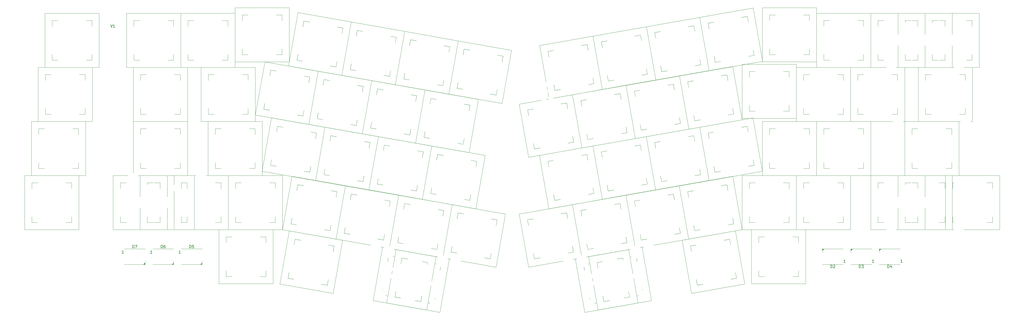
<source format=gbr>
G04 #@! TF.GenerationSoftware,KiCad,Pcbnew,(5.99.0-2612-g32a7d0025-dirty)*
G04 #@! TF.CreationDate,2020-08-10T14:58:58+02:00*
G04 #@! TF.ProjectId,BMEK_Solder,424d454b-5f53-46f6-9c64-65722e6b6963,1*
G04 #@! TF.SameCoordinates,Original*
G04 #@! TF.FileFunction,Legend,Top*
G04 #@! TF.FilePolarity,Positive*
%FSLAX46Y46*%
G04 Gerber Fmt 4.6, Leading zero omitted, Abs format (unit mm)*
G04 Created by KiCad (PCBNEW (5.99.0-2612-g32a7d0025-dirty)) date 2020-08-10 14:58:58*
%MOMM*%
%LPD*%
G01*
G04 APERTURE LIST*
%ADD10C,0.150000*%
%ADD11C,0.120000*%
%ADD12C,0.100000*%
%ADD13C,1.750000*%
%ADD14C,3.987800*%
%ADD15C,2.250000*%
%ADD16C,3.348000*%
%ADD17C,4.287800*%
%ADD18R,1.500000X1.000000*%
%ADD19C,6.500000*%
%ADD20C,9.000000*%
%ADD21C,5.350000*%
%ADD22C,3.800000*%
%ADD23C,0.650000*%
%ADD24O,1.000000X1.600000*%
%ADD25O,1.000000X2.100000*%
G04 APERTURE END LIST*
D10*
X57721904Y-101092380D02*
X57721904Y-100092380D01*
X57960000Y-100092380D01*
X58102857Y-100140000D01*
X58198095Y-100235238D01*
X58245714Y-100330476D01*
X58293333Y-100520952D01*
X58293333Y-100663809D01*
X58245714Y-100854285D01*
X58198095Y-100949523D01*
X58102857Y-101044761D01*
X57960000Y-101092380D01*
X57721904Y-101092380D01*
X58626666Y-100092380D02*
X59293333Y-100092380D01*
X58864761Y-101092380D01*
X54595714Y-102992380D02*
X54024285Y-102992380D01*
X54310000Y-102992380D02*
X54310000Y-101992380D01*
X54214761Y-102135238D01*
X54119523Y-102230476D01*
X54024285Y-102278095D01*
X302974404Y-108092380D02*
X302974404Y-107092380D01*
X303212500Y-107092380D01*
X303355357Y-107140000D01*
X303450595Y-107235238D01*
X303498214Y-107330476D01*
X303545833Y-107520952D01*
X303545833Y-107663809D01*
X303498214Y-107854285D01*
X303450595Y-107949523D01*
X303355357Y-108044761D01*
X303212500Y-108092380D01*
X302974404Y-108092380D01*
X303926785Y-107187619D02*
X303974404Y-107140000D01*
X304069642Y-107092380D01*
X304307738Y-107092380D01*
X304402976Y-107140000D01*
X304450595Y-107187619D01*
X304498214Y-107282857D01*
X304498214Y-107378095D01*
X304450595Y-107520952D01*
X303879166Y-108092380D01*
X304498214Y-108092380D01*
X308148214Y-106192380D02*
X307576785Y-106192380D01*
X307862500Y-106192380D02*
X307862500Y-105192380D01*
X307767261Y-105335238D01*
X307672023Y-105430476D01*
X307576785Y-105478095D01*
X77721904Y-101092380D02*
X77721904Y-100092380D01*
X77960000Y-100092380D01*
X78102857Y-100140000D01*
X78198095Y-100235238D01*
X78245714Y-100330476D01*
X78293333Y-100520952D01*
X78293333Y-100663809D01*
X78245714Y-100854285D01*
X78198095Y-100949523D01*
X78102857Y-101044761D01*
X77960000Y-101092380D01*
X77721904Y-101092380D01*
X79198095Y-100092380D02*
X78721904Y-100092380D01*
X78674285Y-100568571D01*
X78721904Y-100520952D01*
X78817142Y-100473333D01*
X79055238Y-100473333D01*
X79150476Y-100520952D01*
X79198095Y-100568571D01*
X79245714Y-100663809D01*
X79245714Y-100901904D01*
X79198095Y-100997142D01*
X79150476Y-101044761D01*
X79055238Y-101092380D01*
X78817142Y-101092380D01*
X78721904Y-101044761D01*
X78674285Y-100997142D01*
X74595714Y-102992380D02*
X74024285Y-102992380D01*
X74310000Y-102992380D02*
X74310000Y-101992380D01*
X74214761Y-102135238D01*
X74119523Y-102230476D01*
X74024285Y-102278095D01*
X322974404Y-108092380D02*
X322974404Y-107092380D01*
X323212500Y-107092380D01*
X323355357Y-107140000D01*
X323450595Y-107235238D01*
X323498214Y-107330476D01*
X323545833Y-107520952D01*
X323545833Y-107663809D01*
X323498214Y-107854285D01*
X323450595Y-107949523D01*
X323355357Y-108044761D01*
X323212500Y-108092380D01*
X322974404Y-108092380D01*
X324402976Y-107425714D02*
X324402976Y-108092380D01*
X324164880Y-107044761D02*
X323926785Y-107759047D01*
X324545833Y-107759047D01*
X328148214Y-106192380D02*
X327576785Y-106192380D01*
X327862500Y-106192380D02*
X327862500Y-105192380D01*
X327767261Y-105335238D01*
X327672023Y-105430476D01*
X327576785Y-105478095D01*
X312974404Y-108092380D02*
X312974404Y-107092380D01*
X313212500Y-107092380D01*
X313355357Y-107140000D01*
X313450595Y-107235238D01*
X313498214Y-107330476D01*
X313545833Y-107520952D01*
X313545833Y-107663809D01*
X313498214Y-107854285D01*
X313450595Y-107949523D01*
X313355357Y-108044761D01*
X313212500Y-108092380D01*
X312974404Y-108092380D01*
X313879166Y-107092380D02*
X314498214Y-107092380D01*
X314164880Y-107473333D01*
X314307738Y-107473333D01*
X314402976Y-107520952D01*
X314450595Y-107568571D01*
X314498214Y-107663809D01*
X314498214Y-107901904D01*
X314450595Y-107997142D01*
X314402976Y-108044761D01*
X314307738Y-108092380D01*
X314022023Y-108092380D01*
X313926785Y-108044761D01*
X313879166Y-107997142D01*
X318148214Y-106192380D02*
X317576785Y-106192380D01*
X317862500Y-106192380D02*
X317862500Y-105192380D01*
X317767261Y-105335238D01*
X317672023Y-105430476D01*
X317576785Y-105478095D01*
X49990476Y-22388580D02*
X50323809Y-23388580D01*
X50657142Y-22388580D01*
X51514285Y-23388580D02*
X50942857Y-23388580D01*
X51228571Y-23388580D02*
X51228571Y-22388580D01*
X51133333Y-22531438D01*
X51038095Y-22626676D01*
X50942857Y-22674295D01*
X67721904Y-101092380D02*
X67721904Y-100092380D01*
X67960000Y-100092380D01*
X68102857Y-100140000D01*
X68198095Y-100235238D01*
X68245714Y-100330476D01*
X68293333Y-100520952D01*
X68293333Y-100663809D01*
X68245714Y-100854285D01*
X68198095Y-100949523D01*
X68102857Y-101044761D01*
X67960000Y-101092380D01*
X67721904Y-101092380D01*
X69150476Y-100092380D02*
X68960000Y-100092380D01*
X68864761Y-100140000D01*
X68817142Y-100187619D01*
X68721904Y-100330476D01*
X68674285Y-100520952D01*
X68674285Y-100901904D01*
X68721904Y-100997142D01*
X68769523Y-101044761D01*
X68864761Y-101092380D01*
X69055238Y-101092380D01*
X69150476Y-101044761D01*
X69198095Y-100997142D01*
X69245714Y-100901904D01*
X69245714Y-100663809D01*
X69198095Y-100568571D01*
X69150476Y-100520952D01*
X69055238Y-100473333D01*
X68864761Y-100473333D01*
X68769523Y-100520952D01*
X68721904Y-100568571D01*
X68674285Y-100663809D01*
X64595714Y-102992380D02*
X64024285Y-102992380D01*
X64310000Y-102992380D02*
X64310000Y-101992380D01*
X64214761Y-102135238D01*
X64119523Y-102230476D01*
X64024285Y-102278095D01*
D11*
X162506600Y-48353684D02*
X164507730Y-48706537D01*
X176264365Y-50779549D02*
X175911512Y-52780679D01*
X175898845Y-67479792D02*
X157138257Y-64171794D01*
X160080735Y-62111449D02*
X162081865Y-62464302D01*
X179206843Y-48719204D02*
X175898845Y-67479792D01*
X157138257Y-64171794D02*
X160446255Y-45411206D01*
X173838500Y-64537314D02*
X174191353Y-62536184D01*
X174263235Y-50426696D02*
X176264365Y-50779549D01*
X160433588Y-60110319D02*
X160080735Y-62111449D01*
X160446255Y-45411206D02*
X179206843Y-48719204D01*
X162153747Y-50354814D02*
X162506600Y-48353684D01*
X171837370Y-64184461D02*
X173838500Y-64537314D01*
X22324552Y-78105000D02*
X24356552Y-78105000D01*
X36294552Y-78105000D02*
X36294552Y-80137000D01*
X38834552Y-94615000D02*
X19784552Y-94615000D01*
X22324552Y-92075000D02*
X24356552Y-92075000D01*
X38834552Y-75565000D02*
X38834552Y-94615000D01*
X19784552Y-94615000D02*
X19784552Y-75565000D01*
X36294552Y-92075000D02*
X36294552Y-90043000D01*
X34262552Y-78105000D02*
X36294552Y-78105000D01*
X22324552Y-90043000D02*
X22324552Y-92075000D01*
X19784552Y-75565000D02*
X38834552Y-75565000D01*
X22324552Y-80137000D02*
X22324552Y-78105000D01*
X34262552Y-92075000D02*
X36294552Y-92075000D01*
X222347635Y-67234049D02*
X224348765Y-66881196D01*
X236105400Y-64808184D02*
X236458253Y-66809314D01*
X241473743Y-80626294D02*
X222713155Y-83934292D01*
X224773500Y-80991814D02*
X226774630Y-80638961D01*
X238165745Y-61865706D02*
X241473743Y-80626294D01*
X222713155Y-83934292D02*
X219405157Y-65173704D01*
X238531265Y-78565949D02*
X238178412Y-76564819D01*
X234104270Y-65161037D02*
X236105400Y-64808184D01*
X224420647Y-78990684D02*
X224773500Y-80991814D01*
X219405157Y-65173704D02*
X238165745Y-61865706D01*
X222700488Y-69235179D02*
X222347635Y-67234049D01*
X236530135Y-78918802D02*
X238531265Y-78565949D01*
X155377100Y-27752685D02*
X157378230Y-28105538D01*
X169134865Y-30178550D02*
X168782012Y-32179680D01*
X168769345Y-46878793D02*
X150008757Y-43570795D01*
X152951235Y-41510450D02*
X154952365Y-41863303D01*
X172077343Y-28118205D02*
X168769345Y-46878793D01*
X150008757Y-43570795D02*
X153316755Y-24810207D01*
X166709000Y-43936315D02*
X167061853Y-41935185D01*
X167133735Y-29825697D02*
X169134865Y-30178550D01*
X153304088Y-39509320D02*
X152951235Y-41510450D01*
X153316755Y-24810207D02*
X172077343Y-28118205D01*
X155024247Y-29753815D02*
X155377100Y-27752685D01*
X164707870Y-43583462D02*
X166709000Y-43936315D01*
X196456635Y-52455450D02*
X198457765Y-52102597D01*
X210214400Y-50029585D02*
X210567253Y-52030715D01*
X215582743Y-65847695D02*
X196822155Y-69155693D01*
X198882500Y-66213215D02*
X200883630Y-65860362D01*
X212274745Y-47087107D02*
X215582743Y-65847695D01*
X196822155Y-69155693D02*
X193514157Y-50395105D01*
X212640265Y-63787350D02*
X212287412Y-61786220D01*
X208213270Y-50382438D02*
X210214400Y-50029585D01*
X198529647Y-64212085D02*
X198882500Y-66213215D01*
X193514157Y-50395105D02*
X212274745Y-47087107D01*
X196809488Y-54456580D02*
X196456635Y-52455450D01*
X210639135Y-64140203D02*
X212640265Y-63787350D01*
X215197235Y-87838749D02*
X217198365Y-87485896D01*
X228955000Y-85412884D02*
X229307853Y-87414014D01*
X234323343Y-101230994D02*
X215562755Y-104538992D01*
X217623100Y-101596514D02*
X219624230Y-101243661D01*
X231015345Y-82470406D02*
X234323343Y-101230994D01*
X215562755Y-104538992D02*
X212254757Y-85778404D01*
X231380865Y-99170649D02*
X231028012Y-97169519D01*
X226953870Y-85765737D02*
X228955000Y-85412884D01*
X217270247Y-99595384D02*
X217623100Y-101596514D01*
X212254757Y-85778404D02*
X231015345Y-82470406D01*
X215550088Y-89839879D02*
X215197235Y-87838749D01*
X229379735Y-99523502D02*
X231380865Y-99170649D01*
X114786550Y-97970985D02*
X116787680Y-98323838D01*
X128544315Y-100396850D02*
X128191462Y-102397980D01*
X128178795Y-117097093D02*
X109418207Y-113789095D01*
X112360685Y-111728750D02*
X114361815Y-112081603D01*
X131486793Y-98336505D02*
X128178795Y-117097093D01*
X109418207Y-113789095D02*
X112726205Y-95028507D01*
X126118450Y-114154615D02*
X126471303Y-112153485D01*
X126543185Y-100043997D02*
X128544315Y-100396850D01*
X112713538Y-109727620D02*
X112360685Y-111728750D01*
X112726205Y-95028507D02*
X131486793Y-98336505D01*
X114433697Y-99972115D02*
X114786550Y-97970985D01*
X124117320Y-113801762D02*
X126118450Y-114154615D01*
X134510100Y-82104885D02*
X136511230Y-82457738D01*
X148267865Y-84530750D02*
X147915012Y-86531880D01*
X147902345Y-101230993D02*
X129141757Y-97922995D01*
X132084235Y-95862650D02*
X134085365Y-96215503D01*
X151210343Y-82470405D02*
X147902345Y-101230993D01*
X129141757Y-97922995D02*
X132449755Y-79162407D01*
X145842000Y-98288515D02*
X146194853Y-96287385D01*
X146266735Y-84177897D02*
X148267865Y-84530750D01*
X132437088Y-93861520D02*
X132084235Y-95862650D01*
X132449755Y-79162407D02*
X151210343Y-82470405D01*
X134157247Y-84106015D02*
X134510100Y-82104885D01*
X143840870Y-97935662D02*
X145842000Y-98288515D01*
X281528050Y-19014800D02*
X283560050Y-19014800D01*
X295498050Y-19014800D02*
X295498050Y-21046800D01*
X298038050Y-35524800D02*
X278988050Y-35524800D01*
X281528050Y-32984800D02*
X283560050Y-32984800D01*
X298038050Y-16474800D02*
X298038050Y-35524800D01*
X278988050Y-35524800D02*
X278988050Y-16474800D01*
X295498050Y-32984800D02*
X295498050Y-30952800D01*
X293466050Y-19014800D02*
X295498050Y-19014800D01*
X281528050Y-30952800D02*
X281528050Y-32984800D01*
X278988050Y-16474800D02*
X298038050Y-16474800D01*
X281528050Y-21046800D02*
X281528050Y-19014800D01*
X293466050Y-32984800D02*
X295498050Y-32984800D01*
X338678051Y-20955000D02*
X340710051Y-20955000D01*
X352648051Y-20955000D02*
X352648051Y-22987000D01*
X355188051Y-37465000D02*
X336138051Y-37465000D01*
X338678051Y-34925000D02*
X340710051Y-34925000D01*
X355188051Y-18415000D02*
X355188051Y-37465000D01*
X336138051Y-37465000D02*
X336138051Y-18415000D01*
X352648051Y-34925000D02*
X352648051Y-32893000D01*
X350616051Y-20955000D02*
X352648051Y-20955000D01*
X338678051Y-32893000D02*
X338678051Y-34925000D01*
X336138051Y-18415000D02*
X355188051Y-18415000D01*
X338678051Y-22987000D02*
X338678051Y-20955000D01*
X350616051Y-34925000D02*
X352648051Y-34925000D01*
X319628250Y-78105000D02*
X321660250Y-78105000D01*
X333598250Y-78105000D02*
X333598250Y-80137000D01*
X336138250Y-94615000D02*
X317088250Y-94615000D01*
X319628250Y-92075000D02*
X321660250Y-92075000D01*
X336138250Y-75565000D02*
X336138250Y-94615000D01*
X317088250Y-94615000D02*
X317088250Y-75565000D01*
X333598250Y-92075000D02*
X333598250Y-90043000D01*
X331566250Y-78105000D02*
X333598250Y-78105000D01*
X319628250Y-90043000D02*
X319628250Y-92075000D01*
X317088250Y-75565000D02*
X336138250Y-75565000D01*
X319628250Y-80137000D02*
X319628250Y-78105000D01*
X331566250Y-92075000D02*
X333598250Y-92075000D01*
X253681285Y-100396849D02*
X255682415Y-100043996D01*
X267439050Y-97970984D02*
X267791903Y-99972114D01*
X272807393Y-113789094D02*
X254046805Y-117097092D01*
X256107150Y-114154614D02*
X258108280Y-113801761D01*
X269499395Y-95028506D02*
X272807393Y-113789094D01*
X254046805Y-117097092D02*
X250738807Y-98336504D01*
X269864915Y-111728749D02*
X269512062Y-109727619D01*
X265437920Y-98323837D02*
X267439050Y-97970984D01*
X255754297Y-112153484D02*
X256107150Y-114154614D01*
X250738807Y-98336504D02*
X269499395Y-95028506D01*
X254034138Y-102397979D02*
X253681285Y-100396849D01*
X267863785Y-112081602D02*
X269864915Y-111728749D01*
X115749500Y-78796885D02*
X117750630Y-79149738D01*
X129507265Y-81222750D02*
X129154412Y-83223880D01*
X129141745Y-97922993D02*
X110381157Y-94614995D01*
X113323635Y-92554650D02*
X115324765Y-92907503D01*
X132449743Y-79162405D02*
X129141745Y-97922993D01*
X110381157Y-94614995D02*
X113689155Y-75854407D01*
X127081400Y-94980515D02*
X127434253Y-92979385D01*
X127506135Y-80869897D02*
X129507265Y-81222750D01*
X113676488Y-90553520D02*
X113323635Y-92554650D01*
X113689155Y-75854407D02*
X132449743Y-79162405D01*
X115396647Y-80798015D02*
X115749500Y-78796885D01*
X125080270Y-94627662D02*
X127081400Y-94980515D01*
X222392335Y-28538350D02*
X224393465Y-28185497D01*
X236150100Y-26112485D02*
X236502953Y-28113615D01*
X241518443Y-41930595D02*
X222757855Y-45238593D01*
X224818200Y-42296115D02*
X226819330Y-41943262D01*
X238210445Y-23170007D02*
X241518443Y-41930595D01*
X222757855Y-45238593D02*
X219449857Y-26478005D01*
X238575965Y-39870250D02*
X238223112Y-37869120D01*
X234148970Y-26465338D02*
X236150100Y-26112485D01*
X224465347Y-40294985D02*
X224818200Y-42296115D01*
X219449857Y-26478005D02*
X238210445Y-23170007D01*
X222745188Y-30539480D02*
X222392335Y-28538350D01*
X236574835Y-40223103D02*
X238575965Y-39870250D01*
X300578051Y-20955000D02*
X302610051Y-20955000D01*
X314548051Y-20955000D02*
X314548051Y-22987000D01*
X317088051Y-37465000D02*
X298038051Y-37465000D01*
X300578051Y-34925000D02*
X302610051Y-34925000D01*
X317088051Y-18415000D02*
X317088051Y-37465000D01*
X298038051Y-37465000D02*
X298038051Y-18415000D01*
X314548051Y-34925000D02*
X314548051Y-32893000D01*
X312516051Y-20955000D02*
X314548051Y-20955000D01*
X300578051Y-32893000D02*
X300578051Y-34925000D01*
X298038051Y-18415000D02*
X317088051Y-18415000D01*
X300578051Y-22987000D02*
X300578051Y-20955000D01*
X312516051Y-34925000D02*
X314548051Y-34925000D01*
X274384450Y-78104999D02*
X276416450Y-78104999D01*
X288354450Y-78104999D02*
X288354450Y-80136999D01*
X290894450Y-94614999D02*
X271844450Y-94614999D01*
X274384450Y-92074999D02*
X276416450Y-92074999D01*
X290894450Y-75564999D02*
X290894450Y-94614999D01*
X271844450Y-94614999D02*
X271844450Y-75564999D01*
X288354450Y-92074999D02*
X288354450Y-90042999D01*
X286322450Y-78104999D02*
X288354450Y-78104999D01*
X274384450Y-90042999D02*
X274384450Y-92074999D01*
X271844450Y-75564999D02*
X290894450Y-75564999D01*
X274384450Y-80136999D02*
X274384450Y-78104999D01*
X286322450Y-92074999D02*
X288354450Y-92074999D01*
X241152936Y-25230349D02*
X243154066Y-24877496D01*
X254910701Y-22804484D02*
X255263554Y-24805614D01*
X260279044Y-38622594D02*
X241518456Y-41930592D01*
X243578801Y-38988114D02*
X245579931Y-38635261D01*
X256971046Y-19862006D02*
X260279044Y-38622594D01*
X241518456Y-41930592D02*
X238210458Y-23170004D01*
X257336566Y-36562249D02*
X256983713Y-34561119D01*
X252909571Y-23157337D02*
X254910701Y-22804484D01*
X243225948Y-36986984D02*
X243578801Y-38988114D01*
X238210458Y-23170004D02*
X256971046Y-19862006D01*
X241505789Y-27231479D02*
X241152936Y-25230349D01*
X255335436Y-36915102D02*
X257336566Y-36562249D01*
X203587035Y-70542050D02*
X205588165Y-70189197D01*
X217344800Y-68116185D02*
X217697653Y-70117315D01*
X222713143Y-83934295D02*
X203952555Y-87242293D01*
X206012900Y-84299815D02*
X208014030Y-83946962D01*
X219405145Y-65173707D02*
X222713143Y-83934295D01*
X203952555Y-87242293D02*
X200644557Y-68481705D01*
X219770665Y-81873950D02*
X219417812Y-79872820D01*
X215343670Y-68469038D02*
X217344800Y-68116185D01*
X205660047Y-82298685D02*
X206012900Y-84299815D01*
X200644557Y-68481705D02*
X219405145Y-65173707D01*
X203939888Y-72543180D02*
X203587035Y-70542050D01*
X217769535Y-82226803D02*
X219770665Y-81873950D01*
X300578150Y-59055000D02*
X302610150Y-59055000D01*
X314548150Y-59055000D02*
X314548150Y-61087000D01*
X317088150Y-75565000D02*
X298038150Y-75565000D01*
X300578150Y-73025000D02*
X302610150Y-73025000D01*
X317088150Y-56515000D02*
X317088150Y-75565000D01*
X298038150Y-75565000D02*
X298038150Y-56515000D01*
X314548150Y-73025000D02*
X314548150Y-70993000D01*
X312516150Y-59055000D02*
X314548150Y-59055000D01*
X300578150Y-70993000D02*
X300578150Y-73025000D01*
X298038150Y-56515000D02*
X317088150Y-56515000D01*
X300578150Y-61087000D02*
X300578150Y-59055000D01*
X312516150Y-73025000D02*
X314548150Y-73025000D01*
X196436635Y-91146750D02*
X198437765Y-90793897D01*
X210194400Y-88720885D02*
X210547253Y-90722015D01*
X215562743Y-104538995D02*
X196802155Y-107846993D01*
X198862500Y-104904515D02*
X200863630Y-104551662D01*
X212254745Y-85778407D02*
X215562743Y-104538995D01*
X196802155Y-107846993D02*
X193494157Y-89086405D01*
X212620265Y-102478650D02*
X212267412Y-100477520D01*
X208193270Y-89073738D02*
X210194400Y-88720885D01*
X198509647Y-102903385D02*
X198862500Y-104904515D01*
X193494157Y-89086405D02*
X212254745Y-85778407D01*
X196789488Y-93147880D02*
X196436635Y-91146750D01*
X210619135Y-102831503D02*
X212620265Y-102478650D01*
X274384350Y-38944500D02*
X276416350Y-38944500D01*
X288354350Y-38944500D02*
X288354350Y-40976500D01*
X290894350Y-55454500D02*
X271844350Y-55454500D01*
X274384350Y-52914500D02*
X276416350Y-52914500D01*
X290894350Y-36404500D02*
X290894350Y-55454500D01*
X271844350Y-55454500D02*
X271844350Y-36404500D01*
X288354350Y-52914500D02*
X288354350Y-50882500D01*
X286322350Y-38944500D02*
X288354350Y-38944500D01*
X274384350Y-50882500D02*
X274384350Y-52914500D01*
X271844350Y-36404500D02*
X290894350Y-36404500D01*
X274384350Y-40976500D02*
X274384350Y-38944500D01*
X286322350Y-52914500D02*
X288354350Y-52914500D01*
X331534401Y-59055000D02*
X333566401Y-59055000D01*
X345504401Y-59055000D02*
X345504401Y-61087000D01*
X348044401Y-75565000D02*
X328994401Y-75565000D01*
X331534401Y-73025000D02*
X333566401Y-73025000D01*
X348044401Y-56515000D02*
X348044401Y-75565000D01*
X328994401Y-75565000D02*
X328994401Y-56515000D01*
X345504401Y-73025000D02*
X345504401Y-70993000D01*
X343472401Y-59055000D02*
X345504401Y-59055000D01*
X331534401Y-70993000D02*
X331534401Y-73025000D01*
X328994401Y-56515000D02*
X348044401Y-56515000D01*
X331534401Y-61087000D02*
X331534401Y-59055000D01*
X343472401Y-73025000D02*
X345504401Y-73025000D01*
X293434450Y-78105000D02*
X295466450Y-78105000D01*
X307404450Y-78105000D02*
X307404450Y-80137000D01*
X309944450Y-94615000D02*
X290894450Y-94615000D01*
X293434450Y-92075000D02*
X295466450Y-92075000D01*
X309944450Y-75565000D02*
X309944450Y-94615000D01*
X290894450Y-94615000D02*
X290894450Y-75565000D01*
X307404450Y-92075000D02*
X307404450Y-90043000D01*
X305372450Y-78105000D02*
X307404450Y-78105000D01*
X293434450Y-90043000D02*
X293434450Y-92075000D01*
X290894450Y-75565000D02*
X309944450Y-75565000D01*
X293434450Y-80137000D02*
X293434450Y-78105000D01*
X305372450Y-92075000D02*
X307404450Y-92075000D01*
X277692450Y-97155000D02*
X279724450Y-97155000D01*
X291662450Y-97155000D02*
X291662450Y-99187000D01*
X294202450Y-113665000D02*
X275152450Y-113665000D01*
X277692450Y-111125000D02*
X279724450Y-111125000D01*
X294202450Y-94615000D02*
X294202450Y-113665000D01*
X275152450Y-113665000D02*
X275152450Y-94615000D01*
X291662450Y-111125000D02*
X291662450Y-109093000D01*
X289630450Y-97155000D02*
X291662450Y-97155000D01*
X277692450Y-109093000D02*
X277692450Y-111125000D01*
X275152450Y-94615000D02*
X294202450Y-94615000D01*
X277692450Y-99187000D02*
X277692450Y-97155000D01*
X289630450Y-111125000D02*
X291662450Y-111125000D01*
X215217236Y-49147450D02*
X217218366Y-48794597D01*
X228975001Y-46721585D02*
X229327854Y-48722715D01*
X234343344Y-62539695D02*
X215582756Y-65847693D01*
X217643101Y-62905215D02*
X219644231Y-62552362D01*
X231035346Y-43779107D02*
X234343344Y-62539695D01*
X215582756Y-65847693D02*
X212274758Y-47087105D01*
X231400866Y-60479350D02*
X231048013Y-58478220D01*
X226973871Y-47074438D02*
X228975001Y-46721585D01*
X217290248Y-60904085D02*
X217643101Y-62905215D01*
X212274758Y-47087105D02*
X231035346Y-43779107D01*
X215570089Y-51148580D02*
X215217236Y-49147450D01*
X229399736Y-60832203D02*
X231400866Y-60479350D01*
X84346250Y-40005000D02*
X86378250Y-40005000D01*
X98316250Y-40005000D02*
X98316250Y-42037000D01*
X100856250Y-56515000D02*
X81806250Y-56515000D01*
X84346250Y-53975000D02*
X86378250Y-53975000D01*
X100856250Y-37465000D02*
X100856250Y-56515000D01*
X81806250Y-56515000D02*
X81806250Y-37465000D01*
X98316250Y-53975000D02*
X98316250Y-51943000D01*
X96284250Y-40005000D02*
X98316250Y-40005000D01*
X84346250Y-51943000D02*
X84346250Y-53975000D01*
X81806250Y-37465000D02*
X100856250Y-37465000D01*
X84346250Y-42037000D02*
X84346250Y-40005000D01*
X96284250Y-53975000D02*
X98316250Y-53975000D01*
X252738436Y-42531449D02*
X254739566Y-42178596D01*
X266496201Y-40105584D02*
X266849054Y-42106714D01*
X271864544Y-55923694D02*
X253103956Y-59231692D01*
X255164301Y-56289214D02*
X257165431Y-55936361D01*
X268556546Y-37163106D02*
X271864544Y-55923694D01*
X253103956Y-59231692D02*
X249795958Y-40471104D01*
X268922066Y-53863349D02*
X268569213Y-51862219D01*
X264495071Y-40458437D02*
X266496201Y-40105584D01*
X254811448Y-54288084D02*
X255164301Y-56289214D01*
X249795958Y-40471104D02*
X268556546Y-37163106D01*
X253091289Y-44532579D02*
X252738436Y-42531449D01*
X266920936Y-54216202D02*
X268922066Y-53863349D01*
X259913535Y-21922351D02*
X261914665Y-21569498D01*
X273671300Y-19496486D02*
X274024153Y-21497616D01*
X279039643Y-35314596D02*
X260279055Y-38622594D01*
X262339400Y-35680116D02*
X264340530Y-35327263D01*
X275731645Y-16554008D02*
X279039643Y-35314596D01*
X260279055Y-38622594D02*
X256971057Y-19862006D01*
X276097165Y-33254251D02*
X275744312Y-31253121D01*
X271670170Y-19849339D02*
X273671300Y-19496486D01*
X261986547Y-33678986D02*
X262339400Y-35680116D01*
X256971057Y-19862006D02*
X275731645Y-16554008D01*
X260266388Y-23923481D02*
X259913535Y-21922351D01*
X274096035Y-33607104D02*
X276097165Y-33254251D01*
X62914900Y-78105000D02*
X64946900Y-78105000D01*
X76884900Y-78105000D02*
X76884900Y-80137000D01*
X79424900Y-94615000D02*
X60374900Y-94615000D01*
X62914900Y-92075000D02*
X64946900Y-92075000D01*
X79424900Y-75565000D02*
X79424900Y-94615000D01*
X60374900Y-94615000D02*
X60374900Y-75565000D01*
X76884900Y-92075000D02*
X76884900Y-90043000D01*
X74852900Y-78105000D02*
X76884900Y-78105000D01*
X62914900Y-90043000D02*
X62914900Y-92075000D01*
X60374900Y-75565000D02*
X79424900Y-75565000D01*
X62914900Y-80137000D02*
X62914900Y-78105000D01*
X74852900Y-92075000D02*
X76884900Y-92075000D01*
X24705852Y-59055000D02*
X26737852Y-59055000D01*
X38675852Y-59055000D02*
X38675852Y-61087000D01*
X41215852Y-75565000D02*
X22165852Y-75565000D01*
X24705852Y-73025000D02*
X26737852Y-73025000D01*
X41215852Y-56515000D02*
X41215852Y-75565000D01*
X22165852Y-75565000D02*
X22165852Y-56515000D01*
X38675852Y-73025000D02*
X38675852Y-70993000D01*
X36643852Y-59055000D02*
X38675852Y-59055000D01*
X24705852Y-70993000D02*
X24705852Y-73025000D01*
X22165852Y-56515000D02*
X41215852Y-56515000D01*
X24705852Y-61087000D02*
X24705852Y-59055000D01*
X36643852Y-73025000D02*
X38675852Y-73025000D01*
X54810000Y-101390000D02*
X62110000Y-101390000D01*
X62110000Y-106890000D02*
X62110000Y-105740000D01*
X54810000Y-106890000D02*
X62110000Y-106890000D01*
G36*
X62092200Y-106883200D02*
G01*
X61482600Y-106883200D01*
X62092200Y-106273600D01*
X62092200Y-106883200D01*
G37*
D12*
X62092200Y-106883200D02*
X61482600Y-106883200D01*
X62092200Y-106273600D01*
X62092200Y-106883200D01*
D11*
X27087152Y-40005000D02*
X29119152Y-40005000D01*
X41057152Y-40005000D02*
X41057152Y-42037000D01*
X43597152Y-56515000D02*
X24547152Y-56515000D01*
X27087152Y-53975000D02*
X29119152Y-53975000D01*
X43597152Y-37465000D02*
X43597152Y-56515000D01*
X24547152Y-56515000D02*
X24547152Y-37465000D01*
X41057152Y-53975000D02*
X41057152Y-51943000D01*
X39025152Y-40005000D02*
X41057152Y-40005000D01*
X27087152Y-51943000D02*
X27087152Y-53975000D01*
X24547152Y-37465000D02*
X43597152Y-37465000D01*
X27087152Y-42037000D02*
X27087152Y-40005000D01*
X39025152Y-53975000D02*
X41057152Y-53975000D01*
X233957835Y-84530749D02*
X235958965Y-84177896D01*
X247715600Y-82104884D02*
X248068453Y-84106014D01*
X253083943Y-97922994D02*
X234323355Y-101230992D01*
X236383700Y-98288514D02*
X238384830Y-97935661D01*
X249775945Y-79162406D02*
X253083943Y-97922994D01*
X234323355Y-101230992D02*
X231015357Y-82470404D01*
X250141465Y-95862649D02*
X249788612Y-93861519D01*
X245714470Y-82457737D02*
X247715600Y-82104884D01*
X236030847Y-96287384D02*
X236383700Y-98288514D01*
X231015357Y-82470404D02*
X249775945Y-79162406D01*
X234310688Y-86531879D02*
X233957835Y-84530749D01*
X248140335Y-96215502D02*
X250141465Y-95862649D01*
X312484350Y-40005000D02*
X314516350Y-40005000D01*
X326454350Y-40005000D02*
X326454350Y-42037000D01*
X328994350Y-56515000D02*
X309944350Y-56515000D01*
X312484350Y-53975000D02*
X314516350Y-53975000D01*
X328994350Y-37465000D02*
X328994350Y-56515000D01*
X309944350Y-56515000D02*
X309944350Y-37465000D01*
X326454350Y-53975000D02*
X326454350Y-51943000D01*
X324422350Y-40005000D02*
X326454350Y-40005000D01*
X312484350Y-51943000D02*
X312484350Y-53975000D01*
X309944350Y-37465000D02*
X328994350Y-37465000D01*
X312484350Y-42037000D02*
X312484350Y-40005000D01*
X324422350Y-53975000D02*
X326454350Y-53975000D01*
X329153200Y-78105000D02*
X331185200Y-78105000D01*
X343123200Y-78105000D02*
X343123200Y-80137000D01*
X345663200Y-94615000D02*
X326613200Y-94615000D01*
X329153200Y-92075000D02*
X331185200Y-92075000D01*
X345663200Y-75565000D02*
X345663200Y-94615000D01*
X326613200Y-94615000D02*
X326613200Y-75565000D01*
X343123200Y-92075000D02*
X343123200Y-90043000D01*
X341091200Y-78105000D02*
X343123200Y-78105000D01*
X329153200Y-90043000D02*
X329153200Y-92075000D01*
X326613200Y-75565000D02*
X345663200Y-75565000D01*
X329153200Y-80137000D02*
X329153200Y-78105000D01*
X341091200Y-92075000D02*
X343123200Y-92075000D01*
X86727450Y-59055000D02*
X88759450Y-59055000D01*
X100697450Y-59055000D02*
X100697450Y-61087000D01*
X103237450Y-75565000D02*
X84187450Y-75565000D01*
X86727450Y-73025000D02*
X88759450Y-73025000D01*
X103237450Y-56515000D02*
X103237450Y-75565000D01*
X84187450Y-75565000D02*
X84187450Y-56515000D01*
X100697450Y-73025000D02*
X100697450Y-70993000D01*
X98665450Y-59055000D02*
X100697450Y-59055000D01*
X86727450Y-70993000D02*
X86727450Y-73025000D01*
X84187450Y-56515000D02*
X103237450Y-56515000D01*
X86727450Y-61087000D02*
X86727450Y-59055000D01*
X98665450Y-73025000D02*
X100697450Y-73025000D01*
X93871150Y-78105000D02*
X95903150Y-78105000D01*
X107841150Y-78105000D02*
X107841150Y-80137000D01*
X110381150Y-94615000D02*
X91331150Y-94615000D01*
X93871150Y-92075000D02*
X95903150Y-92075000D01*
X110381150Y-75565000D02*
X110381150Y-94615000D01*
X91331150Y-94615000D02*
X91331150Y-75565000D01*
X107841150Y-92075000D02*
X107841150Y-90043000D01*
X105809150Y-78105000D02*
X107841150Y-78105000D01*
X93871150Y-90043000D02*
X93871150Y-92075000D01*
X91331150Y-75565000D02*
X110381150Y-75565000D01*
X93871150Y-80137000D02*
X93871150Y-78105000D01*
X105809150Y-92075000D02*
X107841150Y-92075000D01*
X307362500Y-106890000D02*
X300062500Y-106890000D01*
X300062500Y-101390000D02*
X300062500Y-102540000D01*
X307362500Y-101390000D02*
X300062500Y-101390000D01*
G36*
X300080300Y-102006400D02*
G01*
X300080300Y-101396800D01*
X300689900Y-101396800D01*
X300080300Y-102006400D01*
G37*
D12*
X300080300Y-102006400D02*
X300080300Y-101396800D01*
X300689900Y-101396800D01*
X300080300Y-102006400D01*
D11*
X90563150Y-97155000D02*
X92595150Y-97155000D01*
X104533150Y-97155000D02*
X104533150Y-99187000D01*
X107073150Y-113665000D02*
X88023150Y-113665000D01*
X90563150Y-111125000D02*
X92595150Y-111125000D01*
X107073150Y-94615000D02*
X107073150Y-113665000D01*
X88023150Y-113665000D02*
X88023150Y-94615000D01*
X104533150Y-111125000D02*
X104533150Y-109093000D01*
X102501150Y-97155000D02*
X104533150Y-97155000D01*
X90563150Y-109093000D02*
X90563150Y-111125000D01*
X88023150Y-94615000D02*
X107073150Y-94615000D01*
X90563150Y-99187000D02*
X90563150Y-97155000D01*
X102501150Y-111125000D02*
X104533150Y-111125000D01*
X293434350Y-40005000D02*
X295466350Y-40005000D01*
X307404350Y-40005000D02*
X307404350Y-42037000D01*
X309944350Y-56515000D02*
X290894350Y-56515000D01*
X293434350Y-53975000D02*
X295466350Y-53975000D01*
X309944350Y-37465000D02*
X309944350Y-56515000D01*
X290894350Y-56515000D02*
X290894350Y-37465000D01*
X307404350Y-53975000D02*
X307404350Y-51943000D01*
X305372350Y-40005000D02*
X307404350Y-40005000D01*
X293434350Y-51943000D02*
X293434350Y-53975000D01*
X290894350Y-37465000D02*
X309944350Y-37465000D01*
X293434350Y-42037000D02*
X293434350Y-40005000D01*
X305372350Y-53975000D02*
X307404350Y-53975000D01*
X241108235Y-63926050D02*
X243109365Y-63573197D01*
X254866000Y-61500185D02*
X255218853Y-63501315D01*
X260234343Y-77318295D02*
X241473755Y-80626293D01*
X243534100Y-77683815D02*
X245535230Y-77330962D01*
X256926345Y-58557707D02*
X260234343Y-77318295D01*
X241473755Y-80626293D02*
X238165757Y-61865705D01*
X257291865Y-75257950D02*
X256939012Y-73256820D01*
X252864870Y-61853038D02*
X254866000Y-61500185D01*
X243181247Y-75682685D02*
X243534100Y-77683815D01*
X238165757Y-61865705D02*
X256926345Y-58557707D01*
X241461088Y-65927180D02*
X241108235Y-63926050D01*
X255290735Y-75610803D02*
X257291865Y-75257950D01*
X74810000Y-101390000D02*
X82110000Y-101390000D01*
X82110000Y-106890000D02*
X82110000Y-105740000D01*
X74810000Y-106890000D02*
X82110000Y-106890000D01*
G36*
X82092200Y-106883200D02*
G01*
X81482600Y-106883200D01*
X82092200Y-106273600D01*
X82092200Y-106883200D01*
G37*
D12*
X82092200Y-106883200D02*
X81482600Y-106883200D01*
X82092200Y-106273600D01*
X82092200Y-106883200D01*
D11*
X327362500Y-106890000D02*
X320062500Y-106890000D01*
X320062500Y-101390000D02*
X320062500Y-102540000D01*
X327362500Y-101390000D02*
X320062500Y-101390000D01*
G36*
X320080300Y-102006400D02*
G01*
X320080300Y-101396800D01*
X320689900Y-101396800D01*
X320080300Y-102006400D01*
G37*
D12*
X320080300Y-102006400D02*
X320080300Y-101396800D01*
X320689900Y-101396800D01*
X320080300Y-102006400D01*
D11*
X319628051Y-20955000D02*
X321660051Y-20955000D01*
X333598051Y-20955000D02*
X333598051Y-22987000D01*
X336138051Y-37465000D02*
X317088051Y-37465000D01*
X319628051Y-34925000D02*
X321660051Y-34925000D01*
X336138051Y-18415000D02*
X336138051Y-37465000D01*
X317088051Y-37465000D02*
X317088051Y-18415000D01*
X333598051Y-34925000D02*
X333598051Y-32893000D01*
X331566051Y-20955000D02*
X333598051Y-20955000D01*
X319628051Y-32893000D02*
X319628051Y-34925000D01*
X317088051Y-18415000D02*
X336138051Y-18415000D01*
X319628051Y-22987000D02*
X319628051Y-20955000D01*
X331566051Y-34925000D02*
X333598051Y-34925000D01*
X172031300Y-88720885D02*
X174032430Y-89073738D01*
X185789065Y-91146750D02*
X185436212Y-93147880D01*
X185423545Y-107846993D02*
X166662957Y-104538995D01*
X169605435Y-102478650D02*
X171606565Y-102831503D01*
X188731543Y-89086405D02*
X185423545Y-107846993D01*
X166662957Y-104538995D02*
X169970955Y-85778407D01*
X183363200Y-104904515D02*
X183716053Y-102903385D01*
X183787935Y-90793897D02*
X185789065Y-91146750D01*
X169958288Y-100477520D02*
X169605435Y-102478650D01*
X169970955Y-85778407D02*
X188731543Y-89086405D01*
X171678447Y-90722015D02*
X172031300Y-88720885D01*
X181362070Y-104551662D02*
X183363200Y-104904515D01*
X329153051Y-20955000D02*
X331185051Y-20955000D01*
X343123051Y-20955000D02*
X343123051Y-22987000D01*
X345663051Y-37465000D02*
X326613051Y-37465000D01*
X329153051Y-34925000D02*
X331185051Y-34925000D01*
X345663051Y-18415000D02*
X345663051Y-37465000D01*
X326613051Y-37465000D02*
X326613051Y-18415000D01*
X343123051Y-34925000D02*
X343123051Y-32893000D01*
X341091051Y-20955000D02*
X343123051Y-20955000D01*
X329153051Y-32893000D02*
X329153051Y-34925000D01*
X326613051Y-18415000D02*
X345663051Y-18415000D01*
X329153051Y-22987000D02*
X329153051Y-20955000D01*
X341091051Y-34925000D02*
X343123051Y-34925000D01*
X58152551Y-20955000D02*
X60184551Y-20955000D01*
X72122551Y-20955000D02*
X72122551Y-22987000D01*
X74662551Y-37465000D02*
X55612551Y-37465000D01*
X58152551Y-34925000D02*
X60184551Y-34925000D01*
X74662551Y-18415000D02*
X74662551Y-37465000D01*
X55612551Y-37465000D02*
X55612551Y-18415000D01*
X72122551Y-34925000D02*
X72122551Y-32893000D01*
X70090551Y-20955000D02*
X72122551Y-20955000D01*
X58152551Y-32893000D02*
X58152551Y-34925000D01*
X55612551Y-18415000D02*
X74662551Y-18415000D01*
X58152551Y-22987000D02*
X58152551Y-20955000D01*
X70090551Y-34925000D02*
X72122551Y-34925000D01*
X152307801Y-104586985D02*
X154308931Y-104939838D01*
X166065566Y-107012850D02*
X165712713Y-109013980D01*
X165700046Y-123713093D02*
X146939458Y-120405095D01*
X149881936Y-118344750D02*
X151883066Y-118697603D01*
X169008044Y-104952505D02*
X165700046Y-123713093D01*
X146939458Y-120405095D02*
X150247456Y-101644507D01*
X163639701Y-120770615D02*
X163992554Y-118769485D01*
X164064436Y-106659997D02*
X166065566Y-107012850D01*
X150234789Y-116343620D02*
X149881936Y-118344750D01*
X150247456Y-101644507D02*
X169008044Y-104952505D01*
X151954948Y-106588115D02*
X152307801Y-104586985D01*
X161638571Y-120417762D02*
X163639701Y-120770615D01*
X345821950Y-78105000D02*
X347853950Y-78105000D01*
X359791950Y-78105000D02*
X359791950Y-80137000D01*
X362331950Y-94615000D02*
X343281950Y-94615000D01*
X345821950Y-92075000D02*
X347853950Y-92075000D01*
X362331950Y-75565000D02*
X362331950Y-94615000D01*
X343281950Y-94615000D02*
X343281950Y-75565000D01*
X359791950Y-92075000D02*
X359791950Y-90043000D01*
X357759950Y-78105000D02*
X359791950Y-78105000D01*
X345821950Y-90043000D02*
X345821950Y-92075000D01*
X343281950Y-75565000D02*
X362331950Y-75565000D01*
X345821950Y-80137000D02*
X345821950Y-78105000D01*
X357759950Y-92075000D02*
X359791950Y-92075000D01*
X124985400Y-41737685D02*
X126986530Y-42090538D01*
X138743165Y-44163550D02*
X138390312Y-46164680D01*
X138377645Y-60863793D02*
X119617057Y-57555795D01*
X122559535Y-55495450D02*
X124560665Y-55848303D01*
X141685643Y-42103205D02*
X138377645Y-60863793D01*
X119617057Y-57555795D02*
X122925055Y-38795207D01*
X136317300Y-57921315D02*
X136670153Y-55920185D01*
X136742035Y-43810697D02*
X138743165Y-44163550D01*
X122912388Y-53494320D02*
X122559535Y-55495450D01*
X122925055Y-38795207D02*
X141685643Y-42103205D01*
X124632547Y-43738815D02*
X124985400Y-41737685D01*
X134316170Y-57568462D02*
X136317300Y-57921315D01*
X127341600Y-61496985D02*
X129342730Y-61849838D01*
X141099365Y-63922850D02*
X140746512Y-65923980D01*
X140733845Y-80623093D02*
X121973257Y-77315095D01*
X124915735Y-75254750D02*
X126916865Y-75607603D01*
X144041843Y-61862505D02*
X140733845Y-80623093D01*
X121973257Y-77315095D02*
X125281255Y-58554507D01*
X138673500Y-77680615D02*
X139026353Y-75679485D01*
X139098235Y-63569997D02*
X141099365Y-63922850D01*
X125268588Y-73253620D02*
X124915735Y-75254750D01*
X125281255Y-58554507D02*
X144041843Y-61862505D01*
X126988747Y-63498115D02*
X127341600Y-61496985D01*
X136672370Y-77327762D02*
X138673500Y-77680615D01*
X143746000Y-45045685D02*
X145747130Y-45398538D01*
X157503765Y-47471550D02*
X157150912Y-49472680D01*
X157138245Y-64171793D02*
X138377657Y-60863795D01*
X141320135Y-58803450D02*
X143321265Y-59156303D01*
X160446243Y-45411205D02*
X157138245Y-64171793D01*
X138377657Y-60863795D02*
X141685655Y-42103207D01*
X155077900Y-61229315D02*
X155430753Y-59228185D01*
X155502635Y-47118697D02*
X157503765Y-47471550D01*
X141672988Y-56802320D02*
X141320135Y-58803450D01*
X141685655Y-42103207D02*
X160446243Y-45411205D01*
X143393147Y-47046815D02*
X143746000Y-45045685D01*
X153076770Y-60876462D02*
X155077900Y-61229315D01*
X216160186Y-107012850D02*
X218161316Y-106659997D01*
X229917951Y-104586985D02*
X230270804Y-106588115D01*
X235286294Y-120405095D02*
X216525706Y-123713093D01*
X218586051Y-120770615D02*
X220587181Y-120417762D01*
X231978296Y-101644507D02*
X235286294Y-120405095D01*
X216525706Y-123713093D02*
X213217708Y-104952505D01*
X232343816Y-118344750D02*
X231990963Y-116343620D01*
X227916821Y-104939838D02*
X229917951Y-104586985D01*
X218233198Y-118769485D02*
X218586051Y-120770615D01*
X213217708Y-104952505D02*
X231978296Y-101644507D01*
X216513039Y-109013980D02*
X216160186Y-107012850D01*
X230342686Y-118697603D02*
X232343816Y-118344750D01*
X153270700Y-85412885D02*
X155271830Y-85765738D01*
X167028465Y-87838750D02*
X166675612Y-89839880D01*
X166662945Y-104538993D02*
X147902357Y-101230995D01*
X150844835Y-99170650D02*
X152845965Y-99523503D01*
X169970943Y-85778405D02*
X166662945Y-104538993D01*
X147902357Y-101230995D02*
X151210355Y-82470407D01*
X164602600Y-101596515D02*
X164955453Y-99595385D01*
X165027335Y-87485897D02*
X167028465Y-87838750D01*
X151197688Y-97169520D02*
X150844835Y-99170650D01*
X151210355Y-82470407D02*
X169970943Y-85778405D01*
X152917847Y-87414015D02*
X153270700Y-85412885D01*
X162601470Y-101243662D02*
X164602600Y-101596515D01*
X259868835Y-60618049D02*
X261869965Y-60265196D01*
X273626600Y-58192184D02*
X273979453Y-60193314D01*
X278994943Y-74010294D02*
X260234355Y-77318292D01*
X262294700Y-74375814D02*
X264295830Y-74022961D01*
X275686945Y-55249706D02*
X278994943Y-74010294D01*
X260234355Y-77318292D02*
X256926357Y-58557704D01*
X276052465Y-71949949D02*
X275699612Y-69948819D01*
X271625470Y-58545037D02*
X273626600Y-58192184D01*
X261941847Y-72374684D02*
X262294700Y-74375814D01*
X256926357Y-58557704D02*
X275686945Y-55249706D01*
X260221688Y-62619179D02*
X259868835Y-60618049D01*
X274051335Y-72302802D02*
X276052465Y-71949949D01*
X117855901Y-21136685D02*
X119857031Y-21489538D01*
X131613666Y-23562550D02*
X131260813Y-25563680D01*
X131248146Y-40262793D02*
X112487558Y-36954795D01*
X115430036Y-34894450D02*
X117431166Y-35247303D01*
X134556144Y-21502205D02*
X131248146Y-40262793D01*
X112487558Y-36954795D02*
X115795556Y-18194207D01*
X129187801Y-37320315D02*
X129540654Y-35319185D01*
X129612536Y-23209697D02*
X131613666Y-23562550D01*
X115782889Y-32893320D02*
X115430036Y-34894450D01*
X115795556Y-18194207D02*
X134556144Y-21502205D01*
X117503048Y-23137815D02*
X117855901Y-21136685D01*
X127186671Y-36967462D02*
X129187801Y-37320315D01*
X317362500Y-106890000D02*
X310062500Y-106890000D01*
X310062500Y-101390000D02*
X310062500Y-102540000D01*
X317362500Y-101390000D02*
X310062500Y-101390000D01*
G36*
X310080300Y-102006400D02*
G01*
X310080300Y-101396800D01*
X310689900Y-101396800D01*
X310080300Y-102006400D01*
G37*
D12*
X310080300Y-102006400D02*
X310080300Y-101396800D01*
X310689900Y-101396800D01*
X310080300Y-102006400D01*
D11*
X147617654Y-103759985D02*
X149618784Y-104112838D01*
X161375419Y-106185850D02*
X161022566Y-108186980D01*
X161009899Y-122886093D02*
X142249311Y-119578095D01*
X145191789Y-117517750D02*
X147192919Y-117870603D01*
X164317897Y-104125505D02*
X161009899Y-122886093D01*
X142249311Y-119578095D02*
X145557309Y-100817507D01*
X158949554Y-119943615D02*
X159302407Y-117942485D01*
X159374289Y-105832997D02*
X161375419Y-106185850D01*
X145544642Y-115516620D02*
X145191789Y-117517750D01*
X145557309Y-100817507D02*
X164317897Y-104125505D01*
X147264801Y-105761115D02*
X147617654Y-103759985D01*
X156948424Y-119590762D02*
X158949554Y-119943615D01*
X60533750Y-59055000D02*
X62565750Y-59055000D01*
X74503750Y-59055000D02*
X74503750Y-61087000D01*
X77043750Y-75565000D02*
X57993750Y-75565000D01*
X60533750Y-73025000D02*
X62565750Y-73025000D01*
X77043750Y-56515000D02*
X77043750Y-75565000D01*
X57993750Y-75565000D02*
X57993750Y-56515000D01*
X74503750Y-73025000D02*
X74503750Y-70993000D01*
X72471750Y-59055000D02*
X74503750Y-59055000D01*
X60533750Y-70993000D02*
X60533750Y-73025000D01*
X57993750Y-56515000D02*
X77043750Y-56515000D01*
X60533750Y-61087000D02*
X60533750Y-59055000D01*
X72471750Y-73025000D02*
X74503750Y-73025000D01*
X96252551Y-19014801D02*
X98284551Y-19014801D01*
X110222551Y-19014801D02*
X110222551Y-21046801D01*
X112762551Y-35524801D02*
X93712551Y-35524801D01*
X96252551Y-32984801D02*
X98284551Y-32984801D01*
X112762551Y-16474801D02*
X112762551Y-35524801D01*
X93712551Y-35524801D02*
X93712551Y-16474801D01*
X110222551Y-32984801D02*
X110222551Y-30952801D01*
X108190551Y-19014801D02*
X110222551Y-19014801D01*
X96252551Y-30952801D02*
X96252551Y-32984801D01*
X93712551Y-16474801D02*
X112762551Y-16474801D01*
X96252551Y-21046801D02*
X96252551Y-19014801D01*
X108190551Y-32984801D02*
X110222551Y-32984801D01*
X108581000Y-58188985D02*
X110582130Y-58541838D01*
X122338765Y-60614850D02*
X121985912Y-62615980D01*
X121973245Y-77315093D02*
X103212657Y-74007095D01*
X106155135Y-71946750D02*
X108156265Y-72299603D01*
X125281243Y-58554505D02*
X121973245Y-77315093D01*
X103212657Y-74007095D02*
X106520655Y-55246507D01*
X119912900Y-74372615D02*
X120265753Y-72371485D01*
X120337635Y-60261997D02*
X122338765Y-60614850D01*
X106507988Y-69945620D02*
X106155135Y-71946750D01*
X106520655Y-55246507D02*
X125281243Y-58554505D01*
X108228147Y-60190115D02*
X108581000Y-58188985D01*
X117911770Y-74019762D02*
X119912900Y-74372615D01*
X164862800Y-68112985D02*
X166863930Y-68465838D01*
X178620565Y-70538850D02*
X178267712Y-72539980D01*
X178255045Y-87239093D02*
X159494457Y-83931095D01*
X162436935Y-81870750D02*
X164438065Y-82223603D01*
X181563043Y-68478505D02*
X178255045Y-87239093D01*
X159494457Y-83931095D02*
X162802455Y-65170507D01*
X176194700Y-84296615D02*
X176547553Y-82295485D01*
X176619435Y-70185997D02*
X178620565Y-70538850D01*
X162789788Y-79869620D02*
X162436935Y-81870750D01*
X162802455Y-65170507D02*
X181563043Y-68478505D01*
X164509947Y-70114115D02*
X164862800Y-68112985D01*
X174193570Y-83943762D02*
X176194700Y-84296615D01*
X220850332Y-106185850D02*
X222851462Y-105832997D01*
X234608097Y-103759985D02*
X234960950Y-105761115D01*
X239976440Y-119578095D02*
X221215852Y-122886093D01*
X223276197Y-119943615D02*
X225277327Y-119590762D01*
X236668442Y-100817507D02*
X239976440Y-119578095D01*
X221215852Y-122886093D02*
X217907854Y-104125505D01*
X237033962Y-117517750D02*
X236681109Y-115516620D01*
X232606967Y-104112838D02*
X234608097Y-103759985D01*
X222923344Y-117942485D02*
X223276197Y-119943615D01*
X217907854Y-104125505D02*
X236668442Y-100817507D01*
X221203185Y-108186980D02*
X220850332Y-106185850D01*
X235032832Y-117870603D02*
X237033962Y-117517750D01*
X60533750Y-40005000D02*
X62565750Y-40005000D01*
X74503750Y-40005000D02*
X74503750Y-42037000D01*
X77043750Y-56515000D02*
X57993750Y-56515000D01*
X60533750Y-53975000D02*
X62565750Y-53975000D01*
X77043750Y-37465000D02*
X77043750Y-56515000D01*
X57993750Y-56515000D02*
X57993750Y-37465000D01*
X74503750Y-53975000D02*
X74503750Y-51943000D01*
X72471750Y-40005000D02*
X74503750Y-40005000D01*
X60533750Y-51943000D02*
X60533750Y-53975000D01*
X57993750Y-37465000D02*
X77043750Y-37465000D01*
X60533750Y-42037000D02*
X60533750Y-40005000D01*
X72471750Y-53975000D02*
X74503750Y-53975000D01*
X29468451Y-20955000D02*
X31500451Y-20955000D01*
X43438451Y-20955000D02*
X43438451Y-22987000D01*
X45978451Y-37465000D02*
X26928451Y-37465000D01*
X29468451Y-34925000D02*
X31500451Y-34925000D01*
X45978451Y-18415000D02*
X45978451Y-37465000D01*
X26928451Y-37465000D02*
X26928451Y-18415000D01*
X43438451Y-34925000D02*
X43438451Y-32893000D01*
X41406451Y-20955000D02*
X43438451Y-20955000D01*
X29468451Y-32893000D02*
X29468451Y-34925000D01*
X26928451Y-18415000D02*
X45978451Y-18415000D01*
X29468451Y-22987000D02*
X29468451Y-20955000D01*
X41406451Y-34925000D02*
X43438451Y-34925000D01*
X53390000Y-78105000D02*
X55422000Y-78105000D01*
X67360000Y-78105000D02*
X67360000Y-80137000D01*
X69900000Y-94615000D02*
X50850000Y-94615000D01*
X53390000Y-92075000D02*
X55422000Y-92075000D01*
X69900000Y-75565000D02*
X69900000Y-94615000D01*
X50850000Y-94615000D02*
X50850000Y-75565000D01*
X67360000Y-92075000D02*
X67360000Y-90043000D01*
X65328000Y-78105000D02*
X67360000Y-78105000D01*
X53390000Y-90043000D02*
X53390000Y-92075000D01*
X50850000Y-75565000D02*
X69900000Y-75565000D01*
X53390000Y-80137000D02*
X53390000Y-78105000D01*
X65328000Y-92075000D02*
X67360000Y-92075000D01*
X203631736Y-31846350D02*
X205632866Y-31493497D01*
X217389501Y-29420485D02*
X217742354Y-31421615D01*
X222757844Y-45238595D02*
X203997256Y-48546593D01*
X206057601Y-45604115D02*
X208058731Y-45251262D01*
X219449846Y-26478007D02*
X222757844Y-45238595D01*
X203997256Y-48546593D02*
X200689258Y-29786005D01*
X219815366Y-43178250D02*
X219462513Y-41177120D01*
X215388371Y-29773338D02*
X217389501Y-29420485D01*
X205704748Y-43602985D02*
X206057601Y-45604115D01*
X200689258Y-29786005D02*
X219449846Y-26478007D01*
X203984589Y-33847480D02*
X203631736Y-31846350D01*
X217814236Y-43531103D02*
X219815366Y-43178250D01*
X136616501Y-24444685D02*
X138617631Y-24797538D01*
X150374266Y-26870550D02*
X150021413Y-28871680D01*
X150008746Y-43570793D02*
X131248158Y-40262795D01*
X134190636Y-38202450D02*
X136191766Y-38555303D01*
X153316744Y-24810205D02*
X150008746Y-43570793D01*
X131248158Y-40262795D02*
X134556156Y-21502207D01*
X147948401Y-40628315D02*
X148301254Y-38627185D01*
X148373136Y-26517697D02*
X150374266Y-26870550D01*
X134543489Y-36201320D02*
X134190636Y-38202450D01*
X134556156Y-21502207D02*
X153316744Y-24810205D01*
X136263648Y-26445815D02*
X136616501Y-24444685D01*
X145947271Y-40275462D02*
X147948401Y-40628315D01*
X106224825Y-38429685D02*
X108225955Y-38782538D01*
X119982590Y-40855550D02*
X119629737Y-42856680D01*
X119617070Y-57555793D02*
X100856482Y-54247795D01*
X103798960Y-52187450D02*
X105800090Y-52540303D01*
X122925068Y-38795205D02*
X119617070Y-57555793D01*
X100856482Y-54247795D02*
X104164480Y-35487207D01*
X117556725Y-54613315D02*
X117909578Y-52612185D01*
X117981460Y-40502697D02*
X119982590Y-40855550D01*
X104151813Y-50186320D02*
X103798960Y-52187450D01*
X104164480Y-35487207D02*
X122925068Y-38795205D01*
X105871972Y-40430815D02*
X106224825Y-38429685D01*
X115555595Y-54260462D02*
X117556725Y-54613315D01*
X146102200Y-64804985D02*
X148103330Y-65157838D01*
X159859965Y-67230850D02*
X159507112Y-69231980D01*
X159494445Y-83931093D02*
X140733857Y-80623095D01*
X143676335Y-78562750D02*
X145677465Y-78915603D01*
X162802443Y-65170505D02*
X159494445Y-83931093D01*
X140733857Y-80623095D02*
X144041855Y-61862507D01*
X157434100Y-80988615D02*
X157786953Y-78987485D01*
X157858835Y-66877997D02*
X159859965Y-67230850D01*
X144029188Y-76561620D02*
X143676335Y-78562750D01*
X144041855Y-61862507D02*
X162802443Y-65170505D01*
X145749347Y-66806115D02*
X146102200Y-64804985D01*
X155432970Y-80635762D02*
X157434100Y-80988615D01*
X174137700Y-31060685D02*
X176138830Y-31413538D01*
X187895465Y-33486550D02*
X187542612Y-35487680D01*
X187529945Y-50186793D02*
X168769357Y-46878795D01*
X171711835Y-44818450D02*
X173712965Y-45171303D01*
X190837943Y-31426205D02*
X187529945Y-50186793D01*
X168769357Y-46878795D02*
X172077355Y-28118207D01*
X185469600Y-47244315D02*
X185822453Y-45243185D01*
X185894335Y-33133697D02*
X187895465Y-33486550D01*
X172064688Y-42817320D02*
X171711835Y-44818450D01*
X172077355Y-28118207D02*
X190837943Y-31426205D01*
X173784847Y-33061815D02*
X174137700Y-31060685D01*
X183468470Y-46891462D02*
X185469600Y-47244315D01*
X281528150Y-59054999D02*
X283560150Y-59054999D01*
X295498150Y-59054999D02*
X295498150Y-61086999D01*
X298038150Y-75564999D02*
X278988150Y-75564999D01*
X281528150Y-73024999D02*
X283560150Y-73024999D01*
X298038150Y-56514999D02*
X298038150Y-75564999D01*
X278988150Y-75564999D02*
X278988150Y-56514999D01*
X295498150Y-73024999D02*
X295498150Y-70992999D01*
X293466150Y-59054999D02*
X295498150Y-59054999D01*
X281528150Y-70992999D02*
X281528150Y-73024999D01*
X278988150Y-56514999D02*
X298038150Y-56514999D01*
X281528150Y-61086999D02*
X281528150Y-59054999D01*
X293466150Y-73024999D02*
X295498150Y-73024999D01*
X77202551Y-20955000D02*
X79234551Y-20955000D01*
X91172551Y-20955000D02*
X91172551Y-22987000D01*
X93712551Y-37465000D02*
X74662551Y-37465000D01*
X77202551Y-34925000D02*
X79234551Y-34925000D01*
X93712551Y-18415000D02*
X93712551Y-37465000D01*
X74662551Y-37465000D02*
X74662551Y-18415000D01*
X91172551Y-34925000D02*
X91172551Y-32893000D01*
X89140551Y-20955000D02*
X91172551Y-20955000D01*
X77202551Y-32893000D02*
X77202551Y-34925000D01*
X74662551Y-18415000D02*
X93712551Y-18415000D01*
X77202551Y-22987000D02*
X77202551Y-20955000D01*
X89140551Y-34925000D02*
X91172551Y-34925000D01*
X252718435Y-81222749D02*
X254719565Y-80869896D01*
X266476200Y-78796884D02*
X266829053Y-80798014D01*
X271844543Y-94614994D02*
X253083955Y-97922992D01*
X255144300Y-94980514D02*
X257145430Y-94627661D01*
X268536545Y-75854406D02*
X271844543Y-94614994D01*
X253083955Y-97922992D02*
X249775957Y-79162404D01*
X268902065Y-92554649D02*
X268549212Y-90553519D01*
X264475070Y-79149737D02*
X266476200Y-78796884D01*
X254791447Y-92979384D02*
X255144300Y-94980514D01*
X249775957Y-79162404D02*
X268536545Y-75854406D01*
X253071288Y-83223879D02*
X252718435Y-81222749D01*
X266900935Y-92907502D02*
X268902065Y-92554649D01*
X233977836Y-45839449D02*
X235978966Y-45486596D01*
X247735601Y-43413584D02*
X248088454Y-45414714D01*
X253103944Y-59231694D02*
X234343356Y-62539692D01*
X236403701Y-59597214D02*
X238404831Y-59244361D01*
X249795946Y-40471106D02*
X253103944Y-59231694D01*
X234343356Y-62539692D02*
X231035358Y-43779104D01*
X250161466Y-57171349D02*
X249808613Y-55170219D01*
X245734471Y-43766437D02*
X247735601Y-43413584D01*
X236050848Y-57596084D02*
X236403701Y-59597214D01*
X231035358Y-43779104D02*
X249795946Y-40471106D01*
X234330689Y-47840579D02*
X233977836Y-45839449D01*
X248160336Y-57524202D02*
X250161466Y-57171349D01*
X64810000Y-101390000D02*
X72110000Y-101390000D01*
X72110000Y-106890000D02*
X72110000Y-105740000D01*
X64810000Y-106890000D02*
X72110000Y-106890000D01*
G36*
X72092200Y-106883200D02*
G01*
X71482600Y-106883200D01*
X72092200Y-106273600D01*
X72092200Y-106883200D01*
G37*
D12*
X72092200Y-106883200D02*
X71482600Y-106883200D01*
X72092200Y-106273600D01*
X72092200Y-106883200D01*
D11*
X336296850Y-40005000D02*
X338328850Y-40005000D01*
X350266850Y-40005000D02*
X350266850Y-42037000D01*
X352806850Y-56515000D02*
X333756850Y-56515000D01*
X336296850Y-53975000D02*
X338328850Y-53975000D01*
X352806850Y-37465000D02*
X352806850Y-56515000D01*
X333756850Y-56515000D02*
X333756850Y-37465000D01*
X350266850Y-53975000D02*
X350266850Y-51943000D01*
X348234850Y-40005000D02*
X350266850Y-40005000D01*
X336296850Y-51943000D02*
X336296850Y-53975000D01*
X333756850Y-37465000D02*
X352806850Y-37465000D01*
X336296850Y-42037000D02*
X336296850Y-40005000D01*
X348234850Y-53975000D02*
X350266850Y-53975000D01*
X74821250Y-78105000D02*
X76853250Y-78105000D01*
X88791250Y-78105000D02*
X88791250Y-80137000D01*
X91331250Y-94615000D02*
X72281250Y-94615000D01*
X74821250Y-92075000D02*
X76853250Y-92075000D01*
X91331250Y-75565000D02*
X91331250Y-94615000D01*
X72281250Y-94615000D02*
X72281250Y-75565000D01*
X88791250Y-92075000D02*
X88791250Y-90043000D01*
X86759250Y-78105000D02*
X88791250Y-78105000D01*
X74821250Y-90043000D02*
X74821250Y-92075000D01*
X72281250Y-75565000D02*
X91331250Y-75565000D01*
X74821250Y-80137000D02*
X74821250Y-78105000D01*
X86759250Y-92075000D02*
X88791250Y-92075000D01*
%LPC*%
D13*
X163169727Y-55563366D03*
X173175373Y-57327632D03*
D14*
X168172550Y-56445499D03*
D15*
X164861499Y-53282488D03*
X171556094Y-51883742D03*
D13*
X24229552Y-85090000D03*
D14*
X29309552Y-85090000D03*
D13*
X34389552Y-85090000D03*
D15*
X25499552Y-82550000D03*
X31849552Y-80010000D03*
D13*
X225436627Y-73782132D03*
X235442273Y-72017866D03*
D14*
X230439450Y-72899999D03*
D15*
X226246266Y-71060187D03*
X232058729Y-67456109D03*
D13*
X166045873Y-36726633D03*
D14*
X161043050Y-35844500D03*
D13*
X156040227Y-34962367D03*
D15*
X157731999Y-32681489D03*
X164426594Y-31282743D03*
D13*
X199545627Y-59003533D03*
X209551273Y-57239267D03*
D14*
X204548450Y-58121400D03*
D15*
X200355266Y-56281588D03*
X206167729Y-52677510D03*
D13*
X228291873Y-92622566D03*
X218286227Y-94386832D03*
D14*
X223289050Y-93504699D03*
D15*
X219095866Y-91664887D03*
X224908329Y-88060809D03*
D13*
X115449677Y-105180667D03*
X125455323Y-106944933D03*
D14*
X120452500Y-106062800D03*
D15*
X117141449Y-102899789D03*
X123836044Y-101501043D03*
D14*
X140176050Y-90196700D03*
D13*
X145178873Y-91078833D03*
X135173227Y-89314567D03*
D15*
X136864999Y-87033689D03*
X143559594Y-85634943D03*
D14*
X288513050Y-25999800D03*
D13*
X283433050Y-25999800D03*
X293593050Y-25999800D03*
D15*
X284703050Y-23459800D03*
X291053050Y-20919800D03*
D13*
X350743051Y-27940000D03*
X340583051Y-27940000D03*
D14*
X345663051Y-27940000D03*
D15*
X341853051Y-25400000D03*
X348203051Y-22860000D03*
D14*
X326613250Y-85090000D03*
D13*
X331693250Y-85090000D03*
X321533250Y-85090000D03*
D15*
X322803250Y-82550000D03*
X329153250Y-80010000D03*
D13*
X266775923Y-105180666D03*
X256770277Y-106944932D03*
D14*
X261773100Y-106062799D03*
D15*
X257579916Y-104222987D03*
X263392379Y-100618909D03*
D16*
X81806150Y-92075000D03*
D17*
X81806150Y-76835000D03*
D16*
X57993650Y-92075000D03*
D17*
X57993650Y-76835000D03*
D13*
X116412627Y-86006567D03*
D14*
X121415450Y-86888700D03*
D13*
X126418273Y-87770833D03*
D15*
X118104399Y-83725689D03*
X124798994Y-82326943D03*
D13*
X225481327Y-35086433D03*
X235486973Y-33322167D03*
D14*
X230484150Y-34204300D03*
D15*
X226290966Y-32364488D03*
X232103429Y-28760410D03*
D13*
X302483051Y-27940000D03*
X312643051Y-27940000D03*
D14*
X307563051Y-27940000D03*
D15*
X303753051Y-25400000D03*
X310103051Y-22860000D03*
D17*
X324231950Y-93345000D03*
X348044450Y-93345000D03*
D16*
X324231950Y-78105000D03*
X348044450Y-78105000D03*
D14*
X281369450Y-85089999D03*
D13*
X276289450Y-85089999D03*
X286449450Y-85089999D03*
D15*
X277559450Y-82549999D03*
X283909450Y-80009999D03*
D13*
X254247574Y-30014166D03*
X244241928Y-31778432D03*
D14*
X249244751Y-30896299D03*
D15*
X245051567Y-29056487D03*
X250864030Y-25452409D03*
D14*
X211678850Y-76208000D03*
D13*
X206676027Y-77090133D03*
X216681673Y-75325867D03*
D15*
X207485666Y-74368188D03*
X213298129Y-70764110D03*
D13*
X312643150Y-66040000D03*
X302483150Y-66040000D03*
D14*
X307563150Y-66040000D03*
D15*
X303753150Y-63500000D03*
X310103150Y-60960000D03*
D14*
X204528450Y-96812700D03*
D13*
X209531273Y-95930567D03*
X199525627Y-97694833D03*
D15*
X200335266Y-94972888D03*
X206147729Y-91368810D03*
D14*
X281369350Y-45929500D03*
D13*
X286449350Y-45929500D03*
X276289350Y-45929500D03*
D15*
X277559350Y-43389500D03*
X283909350Y-40849500D03*
D13*
X333439401Y-66040000D03*
D14*
X338519401Y-66040000D03*
D13*
X343599401Y-66040000D03*
D15*
X334709401Y-63500000D03*
X341059401Y-60960000D03*
D14*
X300419450Y-85090000D03*
D13*
X295339450Y-85090000D03*
X305499450Y-85090000D03*
D15*
X296609450Y-82550000D03*
X302959450Y-80010000D03*
D14*
X284677450Y-104140000D03*
D13*
X289757450Y-104140000D03*
X279597450Y-104140000D03*
D15*
X280867450Y-101600000D03*
X287217450Y-99060000D03*
D14*
X223309051Y-54813400D03*
D13*
X228311874Y-53931267D03*
X218306228Y-55695533D03*
D15*
X219115867Y-52973588D03*
X224928330Y-49369510D03*
D14*
X91331250Y-46990000D03*
D13*
X96411250Y-46990000D03*
X86251250Y-46990000D03*
D15*
X87521250Y-44450000D03*
X93871250Y-41910000D03*
D13*
X255827428Y-49079532D03*
D14*
X260830251Y-48197399D03*
D13*
X265833074Y-47315266D03*
D15*
X256637067Y-46357587D03*
X262449530Y-42753509D03*
D14*
X268005350Y-27588301D03*
D13*
X273008173Y-26706168D03*
X263002527Y-28470434D03*
D15*
X263812166Y-25748489D03*
X269624629Y-22144411D03*
D13*
X74979900Y-85090000D03*
X64819900Y-85090000D03*
D14*
X69899900Y-85090000D03*
D15*
X66089900Y-82550000D03*
X72439900Y-80010000D03*
D13*
X36770852Y-66040000D03*
X26610852Y-66040000D03*
D14*
X31690852Y-66040000D03*
D15*
X27880852Y-63500000D03*
X34230852Y-60960000D03*
D18*
X56010000Y-102540000D03*
X56010000Y-105740000D03*
X60910000Y-105740000D03*
X60910000Y-102540000D03*
D14*
X34072152Y-46990000D03*
D13*
X28992152Y-46990000D03*
X39152152Y-46990000D03*
D15*
X30262152Y-44450000D03*
X36612152Y-41910000D03*
D13*
X237046827Y-91078832D03*
X247052473Y-89314566D03*
D14*
X242049650Y-90196699D03*
D15*
X237856466Y-88356887D03*
X243668929Y-84752809D03*
D13*
X324549350Y-46990000D03*
D14*
X319469350Y-46990000D03*
D13*
X314389350Y-46990000D03*
D15*
X315659350Y-44450000D03*
X322009350Y-41910000D03*
D13*
X331058200Y-85090000D03*
D14*
X336138200Y-85090000D03*
D13*
X341218200Y-85090000D03*
D15*
X332328200Y-82550000D03*
X338678200Y-80010000D03*
D13*
X88632450Y-66040000D03*
X98792450Y-66040000D03*
D14*
X93712450Y-66040000D03*
D15*
X89902450Y-63500000D03*
X96252450Y-60960000D03*
D17*
X171132584Y-106616711D03*
X147681849Y-102481713D03*
D16*
X145035451Y-117490184D03*
X168486186Y-121625181D03*
D14*
X100856150Y-85090000D03*
D13*
X105936150Y-85090000D03*
X95776150Y-85090000D03*
D15*
X97046150Y-82550000D03*
X103396150Y-80010000D03*
D18*
X306162500Y-105740000D03*
X306162500Y-102540000D03*
X301262500Y-102540000D03*
X301262500Y-105740000D03*
D14*
X97548150Y-104140000D03*
D13*
X102628150Y-104140000D03*
X92468150Y-104140000D03*
D15*
X93738150Y-101600000D03*
X100088150Y-99060000D03*
D13*
X295339350Y-46990000D03*
X305499350Y-46990000D03*
D14*
X300419350Y-46990000D03*
D15*
X296609350Y-44450000D03*
X302959350Y-41910000D03*
D13*
X254202873Y-68709867D03*
X244197227Y-70474133D03*
D14*
X249200050Y-69592000D03*
D15*
X245006866Y-67752188D03*
X250819329Y-64148110D03*
D18*
X76010000Y-102540000D03*
X76010000Y-105740000D03*
X80910000Y-105740000D03*
X80910000Y-102540000D03*
X326162500Y-105740000D03*
X326162500Y-102540000D03*
X321262500Y-102540000D03*
X321262500Y-105740000D03*
D13*
X331693051Y-27940000D03*
D14*
X326613051Y-27940000D03*
D13*
X321533051Y-27940000D03*
D15*
X322803051Y-25400000D03*
X329153051Y-22860000D03*
D14*
X177697250Y-96812700D03*
D13*
X182700073Y-97694833D03*
X172694427Y-95930567D03*
D15*
X174386199Y-93649689D03*
X181080794Y-92250943D03*
D14*
X336138051Y-27940000D03*
D13*
X341218051Y-27940000D03*
X331058051Y-27940000D03*
D15*
X332328051Y-25400000D03*
X338678051Y-22860000D03*
D14*
X65137551Y-27940000D03*
D13*
X70217551Y-27940000D03*
X60057551Y-27940000D03*
D15*
X61327551Y-25400000D03*
X67677551Y-22860000D03*
D14*
X157973751Y-112678800D03*
D13*
X162976574Y-113560933D03*
X152970928Y-111796667D03*
D15*
X154662700Y-109515789D03*
X161357295Y-108117043D03*
D13*
X347726950Y-85090000D03*
X357886950Y-85090000D03*
D14*
X352806950Y-85090000D03*
D15*
X348996950Y-82550000D03*
X355346950Y-80010000D03*
D14*
X130651350Y-49829500D03*
D13*
X125648527Y-48947367D03*
X135654173Y-50711633D03*
D15*
X127340299Y-46666489D03*
X134034894Y-45267743D03*
D13*
X128004727Y-68706667D03*
D14*
X133007550Y-69588800D03*
D13*
X138010373Y-70470933D03*
D15*
X129696499Y-66425789D03*
X136391094Y-65027043D03*
D16*
X324231801Y-20955000D03*
D17*
X324231801Y-36195000D03*
D16*
X348044301Y-20955000D03*
D17*
X348044301Y-36195000D03*
D14*
X149411950Y-53137500D03*
D13*
X154414773Y-54019633D03*
X144409127Y-52255367D03*
D15*
X146100899Y-49974489D03*
X152795494Y-48575743D03*
D16*
X140345304Y-116663184D03*
X163796039Y-120798181D03*
D17*
X166442437Y-105789711D03*
X142991702Y-101654713D03*
D13*
X219249178Y-113560933D03*
X229254824Y-111796667D03*
D14*
X224252001Y-112678800D03*
D15*
X220058817Y-110838988D03*
X225871280Y-107234910D03*
D14*
X158936650Y-93504700D03*
D13*
X153933827Y-92622567D03*
X163939473Y-94386833D03*
D15*
X155625599Y-90341689D03*
X162320194Y-88942943D03*
D14*
X267960650Y-66283999D03*
D13*
X272963473Y-65401866D03*
X262957827Y-67166132D03*
D15*
X263767466Y-64444187D03*
X269579929Y-60840109D03*
D17*
X215783314Y-105789711D03*
D16*
X241880447Y-116663184D03*
D17*
X239234049Y-101654713D03*
D16*
X218429712Y-120798181D03*
D13*
X118519028Y-28346367D03*
X128524674Y-30110633D03*
D14*
X123521851Y-29228500D03*
D15*
X120210800Y-26065489D03*
X126905395Y-24666743D03*
D18*
X316162500Y-105740000D03*
X316162500Y-102540000D03*
X311262500Y-102540000D03*
X311262500Y-105740000D03*
D14*
X153283604Y-111851800D03*
D13*
X158286427Y-112733933D03*
X148280781Y-110969667D03*
D15*
X149972553Y-108688789D03*
X156667148Y-107290043D03*
D13*
X62438750Y-66040000D03*
X72598750Y-66040000D03*
D14*
X67518750Y-66040000D03*
D15*
X63708750Y-63500000D03*
X70058750Y-60960000D03*
D14*
X103237551Y-25999801D03*
D13*
X98157551Y-25999801D03*
X108317551Y-25999801D03*
D15*
X99427551Y-23459801D03*
X105777551Y-20919801D03*
D13*
X119249773Y-67162933D03*
X109244127Y-65398667D03*
D14*
X114246950Y-66280800D03*
D15*
X110935899Y-63117789D03*
X117630494Y-61719043D03*
D16*
X213739566Y-121625181D03*
D17*
X234543903Y-102481713D03*
D16*
X237190301Y-117490184D03*
D17*
X211093168Y-106616711D03*
D13*
X165525927Y-75322667D03*
X175531573Y-77086933D03*
D14*
X170528750Y-76204800D03*
D15*
X167217699Y-73041789D03*
X173912294Y-71643043D03*
D13*
X223939324Y-112733933D03*
X233944970Y-110969667D03*
D14*
X228942147Y-111851800D03*
D15*
X224748963Y-110011988D03*
X230561426Y-106407910D03*
D14*
X67518750Y-46990000D03*
D13*
X72598750Y-46990000D03*
X62438750Y-46990000D03*
D15*
X63708750Y-44450000D03*
X70058750Y-41910000D03*
D13*
X31373451Y-27940000D03*
X41533451Y-27940000D03*
D14*
X36453451Y-27940000D03*
D15*
X32643451Y-25400000D03*
X38993451Y-22860000D03*
D14*
X60375000Y-85090000D03*
D13*
X65455000Y-85090000D03*
X55295000Y-85090000D03*
D15*
X56565000Y-82550000D03*
X62915000Y-80010000D03*
D14*
X211723551Y-37512300D03*
D13*
X216726374Y-36630167D03*
X206720728Y-38394433D03*
D15*
X207530367Y-35672488D03*
X213342830Y-32068410D03*
D13*
X137279628Y-31654367D03*
X147285274Y-33418633D03*
D14*
X142282451Y-32536500D03*
D15*
X138971400Y-29373489D03*
X145665995Y-27974743D03*
D13*
X106887952Y-45639367D03*
X116893598Y-47403633D03*
D14*
X111890775Y-46521500D03*
D15*
X108579724Y-43358489D03*
X115274319Y-41959743D03*
D13*
X156770973Y-73778933D03*
X146765327Y-72014667D03*
D14*
X151768150Y-72896800D03*
D15*
X148457099Y-69733789D03*
X155151694Y-68335043D03*
D13*
X184806473Y-40034633D03*
D14*
X179803650Y-39152500D03*
D13*
X174800827Y-38270367D03*
D15*
X176492599Y-35989489D03*
X183187194Y-34590743D03*
D19*
X202460000Y-117050000D03*
D20*
X191060000Y-83090000D03*
D21*
X191060000Y-72960000D03*
X46080000Y-66040000D03*
D19*
X179760000Y-117050000D03*
D22*
X50800000Y-27940000D03*
X48020000Y-104140000D03*
X334200000Y-104140000D03*
X191060000Y-105090000D03*
D14*
X288513150Y-66039999D03*
D13*
X283433150Y-66039999D03*
X293593150Y-66039999D03*
D15*
X284703150Y-63499999D03*
X291053150Y-60959999D03*
D17*
X350425651Y-57785000D03*
D16*
X326613151Y-73025000D03*
D17*
X326613151Y-57785000D03*
D16*
X350425651Y-73025000D03*
D13*
X79107551Y-27940000D03*
X89267551Y-27940000D03*
D14*
X84187551Y-27940000D03*
D15*
X80377551Y-25400000D03*
X86727551Y-22860000D03*
D13*
X255807427Y-87770832D03*
X265813073Y-86006566D03*
D14*
X260810250Y-86888699D03*
D15*
X256617066Y-85048887D03*
X262429529Y-81444809D03*
D14*
X242069651Y-51505399D03*
D13*
X237066828Y-52387532D03*
X247072474Y-50623266D03*
D15*
X237876467Y-49665587D03*
X243688930Y-46061509D03*
D18*
X66010000Y-102540000D03*
X66010000Y-105740000D03*
X70910000Y-105740000D03*
X70910000Y-102540000D03*
D13*
X348361850Y-46990000D03*
D14*
X343281850Y-46990000D03*
D13*
X338201850Y-46990000D03*
D15*
X339471850Y-44450000D03*
X345821850Y-41910000D03*
D14*
X81806250Y-85090000D03*
D13*
X86886250Y-85090000D03*
X76726250Y-85090000D03*
D15*
X77996250Y-82550000D03*
X84346250Y-80010000D03*
G36*
X197161920Y-36582400D02*
G01*
X197457122Y-38256574D01*
X195782948Y-38551776D01*
X195487746Y-36877602D01*
X197161920Y-36582400D01*
G37*
G36*
G01*
X197750587Y-39920899D02*
X197750587Y-39920899D01*
G75*
G02*
X197061101Y-40905587I-837087J-147601D01*
G01*
X197061101Y-40905587D01*
G75*
G02*
X196076413Y-40216101I-147601J837087D01*
G01*
X196076413Y-40216101D01*
G75*
G02*
X196765899Y-39231413I837087J147601D01*
G01*
X196765899Y-39231413D01*
G75*
G02*
X197750587Y-39920899I147601J-837087D01*
G01*
G37*
G36*
G01*
X198191654Y-42422310D02*
X198191654Y-42422310D01*
G75*
G02*
X197502168Y-43406998I-837087J-147601D01*
G01*
X197502168Y-43406998D01*
G75*
G02*
X196517480Y-42717512I-147601J837087D01*
G01*
X196517480Y-42717512D01*
G75*
G02*
X197206966Y-41732824I837087J147601D01*
G01*
X197206966Y-41732824D01*
G75*
G02*
X198191654Y-42422310I147601J-837087D01*
G01*
G37*
G36*
G01*
X198632720Y-44923722D02*
X198632720Y-44923722D01*
G75*
G02*
X197943234Y-45908410I-837087J-147601D01*
G01*
X197943234Y-45908410D01*
G75*
G02*
X196958546Y-45218924I-147601J837087D01*
G01*
X196958546Y-45218924D01*
G75*
G02*
X197648032Y-44234236I837087J147601D01*
G01*
X197648032Y-44234236D01*
G75*
G02*
X198632720Y-44923722I147601J-837087D01*
G01*
G37*
D23*
X193958500Y-27440000D03*
X188178500Y-27440000D03*
D24*
X195388500Y-23790000D03*
D25*
X195388500Y-27970000D03*
X186748500Y-27970000D03*
D24*
X186748500Y-23790000D03*
G36*
X204524486Y-42322312D02*
G01*
X204819688Y-43996486D01*
X203145514Y-44291688D01*
X202850312Y-42617514D01*
X204524486Y-42322312D01*
G37*
G36*
G01*
X202170675Y-43600465D02*
X202170675Y-43600465D01*
G75*
G02*
X201481189Y-44585153I-837087J-147601D01*
G01*
X201481189Y-44585153D01*
G75*
G02*
X200496501Y-43895667I-147601J837087D01*
G01*
X200496501Y-43895667D01*
G75*
G02*
X201185987Y-42910979I837087J147601D01*
G01*
X201185987Y-42910979D01*
G75*
G02*
X202170675Y-43600465I147601J-837087D01*
G01*
G37*
G36*
G01*
X205113153Y-45660811D02*
X205113153Y-45660811D01*
G75*
G02*
X204423667Y-46645499I-837087J-147601D01*
G01*
X204423667Y-46645499D01*
G75*
G02*
X203438979Y-45956013I-147601J837087D01*
G01*
X203438979Y-45956013D01*
G75*
G02*
X204128465Y-44971325I837087J147601D01*
G01*
X204128465Y-44971325D01*
G75*
G02*
X205113153Y-45660811I147601J-837087D01*
G01*
G37*
G36*
G01*
X202611742Y-46101877D02*
X202611742Y-46101877D01*
G75*
G02*
X201922256Y-47086565I-837087J-147601D01*
G01*
X201922256Y-47086565D01*
G75*
G02*
X200937568Y-46397079I-147601J837087D01*
G01*
X200937568Y-46397079D01*
G75*
G02*
X201627054Y-45412391I837087J147601D01*
G01*
X201627054Y-45412391D01*
G75*
G02*
X202611742Y-46101877I147601J-837087D01*
G01*
G37*
G36*
G01*
X205554220Y-48162222D02*
X205554220Y-48162222D01*
G75*
G02*
X204864734Y-49146910I-837087J-147601D01*
G01*
X204864734Y-49146910D01*
G75*
G02*
X203880046Y-48457424I-147601J837087D01*
G01*
X203880046Y-48457424D01*
G75*
G02*
X204569532Y-47472736I837087J147601D01*
G01*
X204569532Y-47472736D01*
G75*
G02*
X205554220Y-48162222I147601J-837087D01*
G01*
G37*
G36*
G01*
X203052808Y-48603289D02*
X203052808Y-48603289D01*
G75*
G02*
X202363322Y-49587977I-837087J-147601D01*
G01*
X202363322Y-49587977D01*
G75*
G02*
X201378634Y-48898491I-147601J837087D01*
G01*
X201378634Y-48898491D01*
G75*
G02*
X202068120Y-47913803I837087J147601D01*
G01*
X202068120Y-47913803D01*
G75*
G02*
X203052808Y-48603289I147601J-837087D01*
G01*
G37*
M02*

</source>
